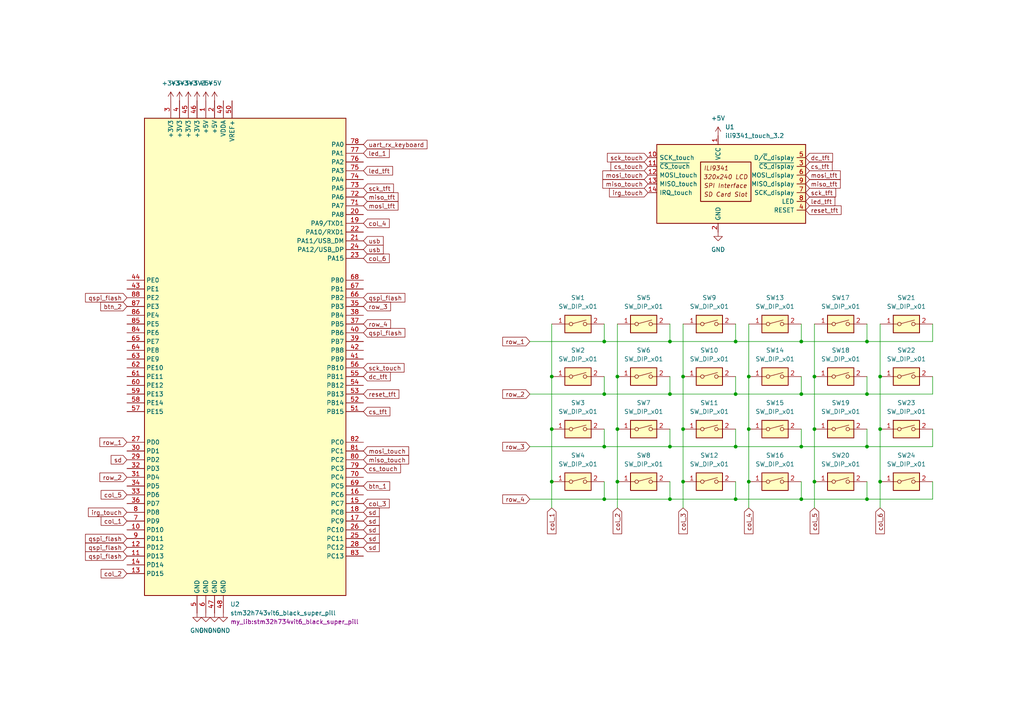
<source format=kicad_sch>
(kicad_sch (version 20211123) (generator eeschema)
  (paper "A4")
  (lib_symbols
    (symbol "Switch:SW_DIP_x01" (pin_names (offset 0) hide)
      (property "Reference" "SW" (at 0 3.81 0))
      (property "Value" "SW_DIP_x01" (at 0 -3.81 0))
      (symbol "SW_DIP_x01_0_0"
        (circle (center -2.032 0) (radius 0.508))
        (polyline (pts (xy -1.524 0.127) (xy 2.3622 1.1684)))
        (circle (center 2.032 0) (radius 0.508))
      )
      (symbol "SW_DIP_x01_0_1"
        (rectangle (start -3.81 2.54) (end 3.81 -2.54) (stroke (width 0.254)) (fill (type background)))
      )
      (symbol "SW_DIP_x01_1_1"
        (pin passive line (at -7.62 0 0) (length 5.08) (name "~") (number "1"))
        (pin passive line (at 7.62 0 180) (length 5.08) (name "~") (number "2"))
      )
    )
    (symbol "my_lib:ili9341_touch_3.2" (pin_names (offset 0.762))
      (property "Reference" "U" (at -17.526 13.97 0))
      (property "Value" "ili9341_touch_3.2" (at 3.81 16.51 0))
      (symbol "ili9341_touch_3.2_0_0"
        (text "320x240 LCD" (at 2.159 4.572 0) (effects (font (size 1.27 1.27) italic)))
        (text "ILI9341" (at -4.191 7.112 0) (effects (font (size 1.27 1.27) italic) (justify left)))
        (text "SD Card Slot" (at -4.191 -0.508 0) (effects (font (size 1.27 1.27) italic) (justify left)))
        (text "SPI Interface" (at -4.191 2.032 0) (effects (font (size 1.27 1.27) italic) (justify left)))
      )
      (symbol "ili9341_touch_3.2_0_1"
        (rectangle (start -17.78 13.97) (end 25.4 -8.89) (stroke (width 0.254)) (fill (type background)))
        (rectangle (start -5.08 8.89) (end 9.525 -2.54) (stroke (width 0.254)))
      )
      (symbol "ili9341_touch_3.2_1_1"
        (pin power_in line (at 0 16.51 270) (length 2.54) (name "VCC") (number "1"))
        (pin input line (at -20.32 10.16 0) (length 2.54) (name "SCK_touch") (number "10"))
        (pin input line (at -20.32 7.62 0) (length 2.54) (name "~{CS_touch}") (number "11"))
        (pin output line (at -20.32 5.08 0) (length 2.54) (name "MOSI_touch") (number "12"))
        (pin input line (at -20.32 2.54 0) (length 2.54) (name "MISO_touch") (number "13"))
        (pin input line (at -20.32 0 0) (length 2.54) (name "IRQ_touch") (number "14"))
        (pin power_in line (at 0 -11.43 90) (length 2.54) (name "GND") (number "2"))
        (pin input line (at 25.4 7.62 180) (length 2.54) (name "~{CS_display}") (number "3"))
        (pin input line (at 25.4 -5.08 180) (length 2.54) (name "RESET") (number "4"))
        (pin input line (at 25.4 10.16 180) (length 2.54) (name "D/~{C}_display") (number "5"))
        (pin input line (at 25.4 5.08 180) (length 2.54) (name "MOSI_display") (number "6"))
        (pin input line (at 25.4 0 180) (length 2.54) (name "SCK_display") (number "7"))
        (pin input line (at 25.4 -2.54 180) (length 2.54) (name "LED") (number "8"))
        (pin output line (at 25.4 2.54 180) (length 2.54) (name "MISO_display") (number "9"))
      )
    )
    (symbol "my_lib:stm32h743vit6_black_super_pill"
      (property "Reference" "U" (at -2.54 12.7 90))
      (property "Value" "stm32h743vit6_black_super_pill" (at -2.54 8.89 90))
      (property "Footprint" "my_lib:stm32h734vit6_black_super_pill" (at 3.81 -49.53 0))
      (symbol "stm32h743vit6_black_super_pill_0_1"
        (rectangle (start -27.94 91.44) (end 30.48 -46.99) (stroke (width 0.254)) (fill (type background)))
      )
      (symbol "stm32h743vit6_black_super_pill_1_1"
        (pin power_in line (at -10.16 96.52 270) (length 5.08) (name "+5V") (number "1"))
        (pin bidirectional line (at -33.02 -27.94 0) (length 5.08) (name "PD10") (number "10"))
        (pin bidirectional line (at -33.02 -35.56 0) (length 5.08) (name "PD13") (number "11"))
        (pin bidirectional line (at -33.02 -33.02 0) (length 5.08) (name "PD12") (number "12"))
        (pin bidirectional line (at -33.02 -40.64 0) (length 5.08) (name "PD15") (number "13"))
        (pin bidirectional line (at -33.02 -38.1 0) (length 5.08) (name "PD14") (number "14"))
        (pin bidirectional line (at 35.56 -20.32 180) (length 5.08) (name "PC7") (number "15"))
        (pin bidirectional line (at 35.56 -17.78 180) (length 5.08) (name "PC6") (number "16"))
        (pin bidirectional line (at 35.56 -25.4 180) (length 5.08) (name "PC9") (number "17"))
        (pin bidirectional line (at 35.56 -22.86 180) (length 5.08) (name "PC8") (number "18"))
        (pin bidirectional line (at 35.56 60.96 180) (length 5.08) (name "PA9/TXD1") (number "19"))
        (pin power_in line (at -7.62 96.52 270) (length 5.08) (name "+5V") (number "2"))
        (pin bidirectional line (at 35.56 63.5 180) (length 5.08) (name "PA8") (number "20"))
        (pin bidirectional line (at 35.56 55.88 180) (length 5.08) (name "PA11/USB_DM") (number "21"))
        (pin bidirectional line (at 35.56 58.42 180) (length 5.08) (name "PA10/RXD1") (number "22"))
        (pin bidirectional line (at 35.56 50.8 180) (length 5.08) (name "PA15") (number "23"))
        (pin bidirectional line (at 35.56 53.34 180) (length 5.08) (name "PA12/USB_DP") (number "24"))
        (pin bidirectional line (at 35.56 -30.48 180) (length 5.08) (name "PC11") (number "25"))
        (pin bidirectional line (at 35.56 -27.94 180) (length 5.08) (name "PC10") (number "26"))
        (pin bidirectional line (at -33.02 -2.54 0) (length 5.08) (name "PD0") (number "27"))
        (pin bidirectional line (at 35.56 -33.02 180) (length 5.08) (name "PC12") (number "28"))
        (pin bidirectional line (at -33.02 -7.62 0) (length 5.08) (name "PD2") (number "29"))
        (pin power_in line (at -20.32 96.52 270) (length 5.08) (name "+3V3") (number "3"))
        (pin bidirectional line (at -33.02 -5.08 0) (length 5.08) (name "PD1") (number "30"))
        (pin bidirectional line (at -33.02 -12.7 0) (length 5.08) (name "PD4") (number "31"))
        (pin bidirectional line (at -33.02 -10.16 0) (length 5.08) (name "PD3") (number "32"))
        (pin bidirectional line (at -33.02 -17.78 0) (length 5.08) (name "PD6") (number "33"))
        (pin bidirectional line (at -33.02 -15.24 0) (length 5.08) (name "PD5") (number "34"))
        (pin bidirectional line (at 35.56 36.83 180) (length 5.08) (name "PB3") (number "35"))
        (pin bidirectional line (at -33.02 -20.32 0) (length 5.08) (name "PD7") (number "36"))
        (pin bidirectional line (at 35.56 31.75 180) (length 5.08) (name "PB5") (number "37"))
        (pin bidirectional line (at 35.56 34.29 180) (length 5.08) (name "PB4") (number "38"))
        (pin bidirectional line (at 35.56 26.67 180) (length 5.08) (name "PB7") (number "39"))
        (pin power_in line (at -17.78 96.52 270) (length 5.08) (name "+3V3") (number "4"))
        (pin bidirectional line (at 35.56 29.21 180) (length 5.08) (name "PB6") (number "40"))
        (pin bidirectional line (at 35.56 21.59 180) (length 5.08) (name "PB9") (number "41"))
        (pin bidirectional line (at 35.56 24.13 180) (length 5.08) (name "PB8") (number "42"))
        (pin bidirectional line (at -33.02 41.91 0) (length 5.08) (name "PE1") (number "43"))
        (pin bidirectional line (at -33.02 44.45 0) (length 5.08) (name "PE0") (number "44"))
        (pin power_in line (at -15.24 96.52 270) (length 5.08) (name "+3V3") (number "45"))
        (pin power_in line (at -12.7 96.52 270) (length 5.08) (name "+3V3") (number "46"))
        (pin power_in line (at -7.62 -52.07 90) (length 5.08) (name "GND") (number "47"))
        (pin power_in line (at -5.08 -52.07 90) (length 5.08) (name "GND") (number "48"))
        (pin power_in line (at -5.08 96.52 270) (length 5.08) (name "VDDA") (number "49"))
        (pin power_in line (at -12.7 -52.07 90) (length 5.08) (name "GND") (number "5"))
        (pin power_in line (at -2.54 96.52 270) (length 5.08) (name "VREF+") (number "50"))
        (pin bidirectional line (at 35.56 6.35 180) (length 5.08) (name "PB15") (number "51"))
        (pin bidirectional line (at 35.56 8.89 180) (length 5.08) (name "PB14") (number "52"))
        (pin bidirectional line (at 35.56 11.43 180) (length 5.08) (name "PB13") (number "53"))
        (pin bidirectional line (at 35.56 13.97 180) (length 5.08) (name "PB12") (number "54"))
        (pin bidirectional line (at 35.56 16.51 180) (length 5.08) (name "PB11") (number "55"))
        (pin bidirectional line (at 35.56 19.05 180) (length 5.08) (name "PB10") (number "56"))
        (pin bidirectional line (at -33.02 6.35 0) (length 5.08) (name "PE15") (number "57"))
        (pin bidirectional line (at -33.02 8.89 0) (length 5.08) (name "PE14") (number "58"))
        (pin bidirectional line (at -33.02 11.43 0) (length 5.08) (name "PE13") (number "59"))
        (pin power_in line (at -10.16 -52.07 90) (length 5.08) (name "GND") (number "6"))
        (pin bidirectional line (at -33.02 13.97 0) (length 5.08) (name "PE12") (number "60"))
        (pin bidirectional line (at -33.02 16.51 0) (length 5.08) (name "PE11") (number "61"))
        (pin bidirectional line (at -33.02 19.05 0) (length 5.08) (name "PE10") (number "62"))
        (pin bidirectional line (at -33.02 21.59 0) (length 5.08) (name "PE9") (number "63"))
        (pin bidirectional line (at -33.02 24.13 0) (length 5.08) (name "PE8") (number "64"))
        (pin bidirectional line (at -33.02 26.67 0) (length 5.08) (name "PE7") (number "65"))
        (pin bidirectional line (at 35.56 39.37 180) (length 5.08) (name "PB2") (number "66"))
        (pin bidirectional line (at 35.56 41.91 180) (length 5.08) (name "PB1") (number "67"))
        (pin bidirectional line (at 35.56 44.45 180) (length 5.08) (name "PB0") (number "68"))
        (pin bidirectional line (at 35.56 -15.24 180) (length 5.08) (name "PC5") (number "69"))
        (pin bidirectional line (at -33.02 -25.4 0) (length 5.08) (name "PD9") (number "7"))
        (pin bidirectional line (at 35.56 -12.7 180) (length 5.08) (name "PC4") (number "70"))
        (pin bidirectional line (at 35.56 66.04 180) (length 5.08) (name "PA7") (number "71"))
        (pin bidirectional line (at 35.56 68.58 180) (length 5.08) (name "PA6") (number "72"))
        (pin bidirectional line (at 35.56 71.12 180) (length 5.08) (name "PA5") (number "73"))
        (pin bidirectional line (at 35.56 73.66 180) (length 5.08) (name "PA4") (number "74"))
        (pin bidirectional line (at 35.56 76.2 180) (length 5.08) (name "PA3") (number "75"))
        (pin bidirectional line (at 35.56 78.74 180) (length 5.08) (name "PA2") (number "76"))
        (pin bidirectional line (at 35.56 81.28 180) (length 5.08) (name "PA1") (number "77"))
        (pin bidirectional line (at 35.56 83.82 180) (length 5.08) (name "PA0") (number "78"))
        (pin bidirectional line (at 35.56 -10.16 180) (length 5.08) (name "PC3") (number "79"))
        (pin bidirectional line (at -33.02 -22.86 0) (length 5.08) (name "PD8") (number "8"))
        (pin bidirectional line (at 35.56 -7.62 180) (length 5.08) (name "PC2") (number "80"))
        (pin bidirectional line (at 35.56 -5.08 180) (length 5.08) (name "PC1") (number "81"))
        (pin bidirectional line (at 35.56 -2.54 180) (length 5.08) (name "PC0") (number "82"))
        (pin bidirectional line (at 35.56 -35.56 180) (length 5.08) (name "PC13") (number "83"))
        (pin bidirectional line (at -33.02 29.21 0) (length 5.08) (name "PE6") (number "84"))
        (pin bidirectional line (at -33.02 31.75 0) (length 5.08) (name "PE5") (number "85"))
        (pin bidirectional line (at -33.02 34.29 0) (length 5.08) (name "PE4") (number "86"))
        (pin bidirectional line (at -33.02 36.83 0) (length 5.08) (name "PE3") (number "87"))
        (pin bidirectional line (at -33.02 39.37 0) (length 5.08) (name "PE2") (number "88"))
        (pin bidirectional line (at -33.02 -30.48 0) (length 5.08) (name "PD11") (number "9"))
      )
    )
    (symbol "power:+3V3" (power) (pin_names (offset 0))
      (property "Value" "+3V3" (at 0 3.556 0))
      (symbol "+3V3_0_1"
        (polyline (pts (xy -0.762 1.27) (xy 0 2.54)))
        (polyline (pts (xy 0 0) (xy 0 2.54)))
        (polyline (pts (xy 0 2.54) (xy 0.762 1.27)))
      )
      (symbol "+3V3_1_1"
        (pin power_in line (at 0 0 90) (length 0) hide (name "+3V3") (number "1"))
      )
    )
    (symbol "power:+5V" (power) (pin_names (offset 0))
      (property "Value" "+5V" (at 0 3.556 0))
      (symbol "+5V_0_1"
        (polyline (pts (xy -0.762 1.27) (xy 0 2.54)))
        (polyline (pts (xy 0 0) (xy 0 2.54)))
        (polyline (pts (xy 0 2.54) (xy 0.762 1.27)))
      )
      (symbol "+5V_1_1"
        (pin power_in line (at 0 0 90) (length 0) hide (name "+5V") (number "1"))
      )
    )
    (symbol "power:GND" (power) (pin_names (offset 0))
      (property "Value" "GND" (at 0 -3.81 0))
      (symbol "GND_0_1"
        (polyline (pts (xy 0 0) (xy 0 -1.27) (xy 1.27 -1.27) (xy 0 -2.54) (xy -1.27 -1.27) (xy 0 -1.27)))
      )
      (symbol "GND_1_1"
        (pin power_in line (at 0 0 270) (length 0) hide (name "GND") (number "1"))
      )
    )
  )
  (junction (at 213.36 99.06))
  (junction (at 236.22 139.7))
  (junction (at 160.02 109.22))
  (junction (at 251.46 144.78))
  (junction (at 194.31 114.3))
  (junction (at 175.26 99.06))
  (junction (at 232.41 144.78))
  (junction (at 160.02 139.7))
  (junction (at 251.46 114.3))
  (junction (at 179.07 109.22))
  (junction (at 213.36 144.78))
  (junction (at 255.27 139.7))
  (junction (at 198.12 124.46))
  (junction (at 175.26 114.3))
  (junction (at 213.36 129.54))
  (junction (at 236.22 124.46))
  (junction (at 232.41 99.06))
  (junction (at 198.12 109.22))
  (junction (at 175.26 129.54))
  (junction (at 160.02 124.46))
  (junction (at 251.46 99.06))
  (junction (at 236.22 109.22))
  (junction (at 255.27 124.46))
  (junction (at 198.12 139.7))
  (junction (at 255.27 109.22))
  (junction (at 194.31 144.78))
  (junction (at 175.26 144.78))
  (junction (at 179.07 124.46))
  (junction (at 217.17 109.22))
  (junction (at 232.41 129.54))
  (junction (at 213.36 114.3))
  (junction (at 251.46 129.54))
  (junction (at 217.17 124.46))
  (junction (at 232.41 114.3))
  (junction (at 194.31 129.54))
  (junction (at 179.07 139.7))
  (junction (at 194.31 99.06))
  (junction (at 217.17 139.7))
  (wire (pts (xy 175.26 144.78) (xy 194.31 144.78)))
  (wire (pts (xy 213.36 144.78) (xy 232.41 144.78)))
  (wire (pts (xy 179.07 124.46) (xy 179.07 139.7)))
  (wire (pts (xy 232.41 144.78) (xy 251.46 144.78)))
  (wire (pts (xy 194.31 109.22) (xy 194.31 114.3)))
  (wire (pts (xy 251.46 93.98) (xy 251.46 99.06)))
  (wire (pts (xy 270.51 93.98) (xy 270.51 99.06)))
  (wire (pts (xy 236.22 109.22) (xy 236.22 124.46)))
  (wire (pts (xy 232.41 114.3) (xy 251.46 114.3)))
  (wire (pts (xy 232.41 93.98) (xy 232.41 99.06)))
  (wire (pts (xy 153.67 144.78) (xy 175.26 144.78)))
  (wire (pts (xy 270.51 144.78) (xy 270.51 139.7)))
  (wire (pts (xy 232.41 109.22) (xy 232.41 114.3)))
  (wire (pts (xy 198.12 124.46) (xy 198.12 139.7)))
  (wire (pts (xy 251.46 114.3) (xy 270.51 114.3)))
  (wire (pts (xy 217.17 139.7) (xy 217.17 147.32)))
  (wire (pts (xy 194.31 124.46) (xy 194.31 129.54)))
  (wire (pts (xy 194.31 114.3) (xy 213.36 114.3)))
  (wire (pts (xy 213.36 99.06) (xy 232.41 99.06)))
  (wire (pts (xy 255.27 124.46) (xy 255.27 139.7)))
  (wire (pts (xy 232.41 139.7) (xy 232.41 144.78)))
  (wire (pts (xy 179.07 93.98) (xy 179.07 109.22)))
  (wire (pts (xy 255.27 139.7) (xy 255.27 147.32)))
  (wire (pts (xy 198.12 139.7) (xy 198.12 147.32)))
  (wire (pts (xy 251.46 144.78) (xy 270.51 144.78)))
  (wire (pts (xy 213.36 114.3) (xy 232.41 114.3)))
  (wire (pts (xy 194.31 129.54) (xy 213.36 129.54)))
  (wire (pts (xy 270.51 129.54) (xy 270.51 124.46)))
  (wire (pts (xy 255.27 93.98) (xy 255.27 109.22)))
  (wire (pts (xy 194.31 93.98) (xy 194.31 99.06)))
  (wire (pts (xy 194.31 144.78) (xy 213.36 144.78)))
  (wire (pts (xy 213.36 139.7) (xy 213.36 144.78)))
  (wire (pts (xy 232.41 99.06) (xy 251.46 99.06)))
  (wire (pts (xy 213.36 124.46) (xy 213.36 129.54)))
  (wire (pts (xy 175.26 109.22) (xy 175.26 114.3)))
  (wire (pts (xy 194.31 139.7) (xy 194.31 144.78)))
  (wire (pts (xy 251.46 139.7) (xy 251.46 144.78)))
  (wire (pts (xy 270.51 114.3) (xy 270.51 109.22)))
  (wire (pts (xy 251.46 129.54) (xy 270.51 129.54)))
  (wire (pts (xy 236.22 93.98) (xy 236.22 109.22)))
  (wire (pts (xy 236.22 139.7) (xy 236.22 147.32)))
  (wire (pts (xy 217.17 93.98) (xy 217.17 109.22)))
  (wire (pts (xy 251.46 124.46) (xy 251.46 129.54)))
  (wire (pts (xy 153.67 129.54) (xy 175.26 129.54)))
  (wire (pts (xy 255.27 109.22) (xy 255.27 124.46)))
  (wire (pts (xy 175.26 129.54) (xy 194.31 129.54)))
  (wire (pts (xy 232.41 124.46) (xy 232.41 129.54)))
  (wire (pts (xy 213.36 109.22) (xy 213.36 114.3)))
  (wire (pts (xy 175.26 93.98) (xy 175.26 99.06)))
  (wire (pts (xy 213.36 129.54) (xy 232.41 129.54)))
  (wire (pts (xy 153.67 99.06) (xy 175.26 99.06)))
  (wire (pts (xy 175.26 114.3) (xy 194.31 114.3)))
  (wire (pts (xy 251.46 109.22) (xy 251.46 114.3)))
  (wire (pts (xy 198.12 109.22) (xy 198.12 124.46)))
  (wire (pts (xy 175.26 99.06) (xy 194.31 99.06)))
  (wire (pts (xy 160.02 139.7) (xy 160.02 147.32)))
  (wire (pts (xy 175.26 124.46) (xy 175.26 129.54)))
  (wire (pts (xy 160.02 124.46) (xy 160.02 139.7)))
  (wire (pts (xy 217.17 109.22) (xy 217.17 124.46)))
  (wire (pts (xy 232.41 129.54) (xy 251.46 129.54)))
  (wire (pts (xy 175.26 139.7) (xy 175.26 144.78)))
  (wire (pts (xy 213.36 93.98) (xy 213.36 99.06)))
  (wire (pts (xy 194.31 99.06) (xy 213.36 99.06)))
  (wire (pts (xy 236.22 124.46) (xy 236.22 139.7)))
  (wire (pts (xy 198.12 93.98) (xy 198.12 109.22)))
  (wire (pts (xy 160.02 93.98) (xy 160.02 109.22)))
  (wire (pts (xy 179.07 139.7) (xy 179.07 147.32)))
  (wire (pts (xy 160.02 109.22) (xy 160.02 124.46)))
  (wire (pts (xy 217.17 124.46) (xy 217.17 139.7)))
  (wire (pts (xy 270.51 99.06) (xy 251.46 99.06)))
  (wire (pts (xy 153.67 114.3) (xy 175.26 114.3)))
  (wire (pts (xy 179.07 109.22) (xy 179.07 124.46)))
  (global_label "row_3" (shape input) (at 105.41 88.9 0) (property "Обозначения листов" "${INTERSHEET_REFS}" (effects hide)))
  (global_label "sck_touch" (shape input) (at 187.96 45.72 180) (property "Обозначения листов" "${INTERSHEET_REFS}" (effects hide)))
  (global_label "col_5" (shape input) (at 236.22 147.32 270) (property "Обозначения листов" "${INTERSHEET_REFS}" (effects hide)))
  (global_label "miso_tft" (shape input) (at 105.41 57.15 0) (property "Обозначения листов" "${INTERSHEET_REFS}" (effects hide)))
  (global_label "reset_tft" (shape input) (at 233.68 60.96 0) (property "Обозначения листов" "${INTERSHEET_REFS}" (effects hide)))
  (global_label "sd" (shape input) (at 105.41 148.59 0) (property "Обозначения листов" "${INTERSHEET_REFS}" (effects hide)))
  (global_label "miso_touch" (shape input) (at 187.96 53.34 180) (property "Обозначения листов" "${INTERSHEET_REFS}" (effects hide)))
  (global_label "col_3" (shape input) (at 105.41 146.05 0) (property "Обозначения листов" "${INTERSHEET_REFS}" (effects hide)))
  (global_label "mosi_touch" (shape input) (at 105.41 130.81 0) (property "Обозначения листов" "${INTERSHEET_REFS}" (effects hide)))
  (global_label "irg_touch" (shape input) (at 36.83 148.59 180) (property "Обозначения листов" "${INTERSHEET_REFS}" (effects hide)))
  (global_label "row_1" (shape input) (at 36.83 128.27 180) (property "Обозначения листов" "${INTERSHEET_REFS}" (effects hide)))
  (global_label "mosi_tft" (shape input) (at 105.41 59.69 0) (property "Обозначения листов" "${INTERSHEET_REFS}" (effects hide)))
  (global_label "qspi_flash" (shape input) (at 36.83 161.29 180) (property "Обозначения листов" "${INTERSHEET_REFS}" (effects hide)))
  (global_label "row_3" (shape input) (at 153.67 129.54 180) (property "Обозначения листов" "${INTERSHEET_REFS}" (effects hide)))
  (global_label "dc_tft" (shape input) (at 233.68 45.72 0) (property "Обозначения листов" "${INTERSHEET_REFS}" (effects hide)))
  (global_label "sck_tft" (shape input) (at 233.68 55.88 0) (property "Обозначения листов" "${INTERSHEET_REFS}" (effects hide)))
  (global_label "col_2" (shape input) (at 179.07 147.32 270) (property "Обозначения листов" "${INTERSHEET_REFS}" (effects hide)))
  (global_label "row_4" (shape input) (at 105.41 93.98 0) (property "Обозначения листов" "${INTERSHEET_REFS}" (effects hide)))
  (global_label "mosi_tft" (shape input) (at 233.68 50.8 0) (property "Обозначения листов" "${INTERSHEET_REFS}" (effects hide)))
  (global_label "led_1" (shape input) (at 105.41 44.45 0) (property "Обозначения листов" "${INTERSHEET_REFS}" (effects hide)))
  (global_label "qspi_flash" (shape input) (at 105.41 96.52 0) (property "Обозначения листов" "${INTERSHEET_REFS}" (effects hide)))
  (global_label "sd" (shape input) (at 105.41 156.21 0) (property "Обозначения листов" "${INTERSHEET_REFS}" (effects hide)))
  (global_label "sd" (shape input) (at 36.83 133.35 180) (property "Обозначения листов" "${INTERSHEET_REFS}" (effects hide)))
  (global_label "col_3" (shape input) (at 198.12 147.32 270) (property "Обозначения листов" "${INTERSHEET_REFS}" (effects hide)))
  (global_label "row_4" (shape input) (at 153.67 144.78 180) (property "Обозначения листов" "${INTERSHEET_REFS}" (effects hide)))
  (global_label "sd" (shape input) (at 105.41 151.13 0) (property "Обозначения листов" "${INTERSHEET_REFS}" (effects hide)))
  (global_label "col_6" (shape input) (at 105.41 74.93 0) (property "Обозначения листов" "${INTERSHEET_REFS}" (effects hide)))
  (global_label "sck_tft" (shape input) (at 105.41 54.61 0) (property "Обозначения листов" "${INTERSHEET_REFS}" (effects hide)))
  (global_label "col_6" (shape input) (at 255.27 147.32 270) (property "Обозначения листов" "${INTERSHEET_REFS}" (effects hide)))
  (global_label "row_1" (shape input) (at 153.67 99.06 180) (property "Обозначения листов" "${INTERSHEET_REFS}" (effects hide)))
  (global_label "usb" (shape input) (at 105.41 69.85 0) (property "Обозначения листов" "${INTERSHEET_REFS}" (effects hide)))
  (global_label "col_5" (shape input) (at 36.83 143.51 180) (property "Обозначения листов" "${INTERSHEET_REFS}" (effects hide)))
  (global_label "miso_tft" (shape input) (at 233.68 53.34 0) (property "Обозначения листов" "${INTERSHEET_REFS}" (effects hide)))
  (global_label "uart_rx_keyboard" (shape input) (at 105.41 41.91 0) (property "Обозначения листов" "${INTERSHEET_REFS}" (effects hide)))
  (global_label "btn_2" (shape input) (at 36.83 88.9 180) (property "Обозначения листов" "${INTERSHEET_REFS}" (effects hide)))
  (global_label "sd" (shape input) (at 105.41 153.67 0) (property "Обозначения листов" "${INTERSHEET_REFS}" (effects hide)))
  (global_label "qspi_flash" (shape input) (at 36.83 158.75 180) (property "Обозначения листов" "${INTERSHEET_REFS}" (effects hide)))
  (global_label "sd" (shape input) (at 105.41 158.75 0) (property "Обозначения листов" "${INTERSHEET_REFS}" (effects hide)))
  (global_label "miso_touch" (shape input) (at 105.41 133.35 0) (property "Обозначения листов" "${INTERSHEET_REFS}" (effects hide)))
  (global_label "qspi_flash" (shape input) (at 105.41 86.36 0) (property "Обозначения листов" "${INTERSHEET_REFS}" (effects hide)))
  (global_label "usb" (shape input) (at 105.41 72.39 0) (property "Обозначения листов" "${INTERSHEET_REFS}" (effects hide)))
  (global_label "cs_touch" (shape input) (at 105.41 135.89 0) (property "Обозначения листов" "${INTERSHEET_REFS}" (effects hide)))
  (global_label "col_1" (shape input) (at 36.83 151.13 180) (property "Обозначения листов" "${INTERSHEET_REFS}" (effects hide)))
  (global_label "irg_touch" (shape input) (at 187.96 55.88 180) (property "Обозначения листов" "${INTERSHEET_REFS}" (effects hide)))
  (global_label "row_2" (shape input) (at 36.83 138.43 180) (property "Обозначения листов" "${INTERSHEET_REFS}" (effects hide)))
  (global_label "cs_tft" (shape input) (at 233.68 48.26 0) (property "Обозначения листов" "${INTERSHEET_REFS}" (effects hide)))
  (global_label "col_1" (shape input) (at 160.02 147.32 270) (property "Обозначения листов" "${INTERSHEET_REFS}" (effects hide)))
  (global_label "qspi_flash" (shape input) (at 36.83 86.36 180) (property "Обозначения листов" "${INTERSHEET_REFS}" (effects hide)))
  (global_label "led_tft" (shape input) (at 105.41 49.53 0) (property "Обозначения листов" "${INTERSHEET_REFS}" (effects hide)))
  (global_label "mosi_touch" (shape input) (at 187.96 50.8 180) (property "Обозначения листов" "${INTERSHEET_REFS}" (effects hide)))
  (global_label "btn_1" (shape input) (at 105.41 140.97 0) (property "Обозначения листов" "${INTERSHEET_REFS}" (effects hide)))
  (global_label "sck_touch" (shape input) (at 105.41 106.68 0) (property "Обозначения листов" "${INTERSHEET_REFS}" (effects hide)))
  (global_label "row_2" (shape input) (at 153.67 114.3 180) (property "Обозначения листов" "${INTERSHEET_REFS}" (effects hide)))
  (global_label "qspi_flash" (shape input) (at 36.83 156.21 180) (property "Обозначения листов" "${INTERSHEET_REFS}" (effects hide)))
  (global_label "col_2" (shape input) (at 36.83 166.37 180) (property "Обозначения листов" "${INTERSHEET_REFS}" (effects hide)))
  (global_label "led_tft" (shape input) (at 233.68 58.42 0) (property "Обозначения листов" "${INTERSHEET_REFS}" (effects hide)))
  (global_label "cs_tft" (shape input) (at 105.41 119.38 0) (property "Обозначения листов" "${INTERSHEET_REFS}" (effects hide)))
  (global_label "col_4" (shape input) (at 105.41 64.77 0) (property "Обозначения листов" "${INTERSHEET_REFS}" (effects hide)))
  (global_label "cs_touch" (shape input) (at 187.96 48.26 180) (property "Обозначения листов" "${INTERSHEET_REFS}" (effects hide)))
  (global_label "dc_tft" (shape input) (at 105.41 109.22 0) (property "Обозначения листов" "${INTERSHEET_REFS}" (effects hide)))
  (global_label "col_4" (shape input) (at 217.17 147.32 270) (property "Обозначения листов" "${INTERSHEET_REFS}" (effects hide)))
  (global_label "reset_tft" (shape input) (at 105.41 114.3 0) (property "Обозначения листов" "${INTERSHEET_REFS}" (effects hide)))
  (symbol (lib_id "my_lib:ili9341_touch_3.2") (at 208.28 55.88 0) (unit 1)
    (property "Reference" "U1" (at 210.2994 36.83 0) (effects (justify left)))
    (property "Value" "ili9341_touch_3.2" (at 210.2994 39.37 0) (effects (justify left)))
    (property "Footprint" "my_lib:ili9341_3.2" (effects hide))
  )
  (symbol (lib_id "Switch:SW_DIP_x01") (at 186.69 93.98 0) (unit 1)
    (property "Reference" "SW5" (at 186.69 86.36 0))
    (property "Value" "SW_DIP_x01" (at 186.69 88.9 0))
    (property "Footprint" "my_lib:btn_8x8" (effects hide))
  )
  (symbol (lib_id "Switch:SW_DIP_x01") (at 262.89 93.98 0) (unit 1)
    (property "Reference" "SW21" (at 262.89 86.36 0))
    (property "Value" "SW_DIP_x01" (at 262.89 88.9 0))
    (property "Footprint" "my_lib:btn_8x8" (effects hide))
  )
  (symbol (lib_id "Switch:SW_DIP_x01") (at 224.79 93.98 0) (unit 1)
    (property "Reference" "SW13" (at 224.79 86.36 0))
    (property "Value" "SW_DIP_x01" (at 224.79 88.9 0))
    (property "Footprint" "my_lib:btn_8x8" (effects hide))
  )
  (symbol (lib_id "power:+3V3") (at 54.61 29.21 0) (unit 1)
    (property "Reference" "#PWR0101" (effects hide))
    (property "Value" "+3V3" (at 54.61 24.13 0))
  )
  (symbol (lib_id "Switch:SW_DIP_x01") (at 243.84 124.46 0) (unit 1)
    (property "Reference" "SW19" (at 243.84 116.84 0))
    (property "Value" "SW_DIP_x01" (at 243.84 119.38 0))
    (property "Footprint" "my_lib:btn_8x8" (effects hide))
  )
  (symbol (lib_id "Switch:SW_DIP_x01") (at 243.84 109.22 0) (unit 1)
    (property "Reference" "SW18" (at 243.84 101.6 0))
    (property "Value" "SW_DIP_x01" (at 243.84 104.14 0))
    (property "Footprint" "my_lib:btn_8x8" (effects hide))
  )
  (symbol (lib_id "Switch:SW_DIP_x01") (at 167.64 93.98 0) (unit 1)
    (property "Reference" "SW1" (at 167.64 86.36 0))
    (property "Value" "SW_DIP_x01" (at 167.64 88.9 0))
    (property "Footprint" "my_lib:btn_8x8" (effects hide))
  )
  (symbol (lib_id "power:+3V3") (at 57.15 29.21 0) (unit 1)
    (property "Reference" "#PWR0103" (effects hide))
    (property "Value" "+3V3" (at 57.15 24.13 0))
  )
  (symbol (lib_id "power:GND") (at 208.28 67.31 0) (unit 1)
    (property "Reference" "#PWR0110" (effects hide))
    (property "Value" "GND" (at 208.28 72.39 0))
  )
  (symbol (lib_id "Switch:SW_DIP_x01") (at 262.89 109.22 0) (unit 1)
    (property "Reference" "SW22" (at 262.89 101.6 0))
    (property "Value" "SW_DIP_x01" (at 262.89 104.14 0))
    (property "Footprint" "my_lib:btn_8x8" (effects hide))
  )
  (symbol (lib_id "power:+3V3") (at 52.07 29.21 0) (unit 1)
    (property "Reference" "#PWR0104" (effects hide))
    (property "Value" "+3V3" (at 52.07 24.13 0))
  )
  (symbol (lib_id "Switch:SW_DIP_x01") (at 243.84 139.7 0) (unit 1)
    (property "Reference" "SW20" (at 243.84 132.08 0))
    (property "Value" "SW_DIP_x01" (at 243.84 134.62 0))
    (property "Footprint" "my_lib:btn_8x8" (effects hide))
  )
  (symbol (lib_id "Switch:SW_DIP_x01") (at 167.64 139.7 0) (unit 1)
    (property "Reference" "SW4" (at 167.64 132.08 0))
    (property "Value" "SW_DIP_x01" (at 167.64 134.62 0))
    (property "Footprint" "my_lib:btn_8x8" (effects hide))
  )
  (symbol (lib_id "power:GND") (at 62.23 177.8 0) (unit 1)
    (property "Reference" "#PWR0108" (effects hide))
    (property "Value" "GND" (at 62.23 182.88 0))
  )
  (symbol (lib_id "Switch:SW_DIP_x01") (at 205.74 124.46 0) (unit 1)
    (property "Reference" "SW11" (at 205.74 116.84 0))
    (property "Value" "SW_DIP_x01" (at 205.74 119.38 0))
    (property "Footprint" "my_lib:btn_8x8" (effects hide))
  )
  (symbol (lib_id "power:+3V3") (at 49.53 29.21 0) (unit 1)
    (property "Reference" "#PWR0105" (effects hide))
    (property "Value" "+3V3" (at 49.53 24.13 0))
  )
  (symbol (lib_id "power:+5V") (at 59.69 29.21 0) (unit 1)
    (property "Reference" "#PWR0102" (effects hide))
    (property "Value" "+5V" (at 59.69 24.13 0))
  )
  (symbol (lib_id "Switch:SW_DIP_x01") (at 186.69 139.7 0) (unit 1)
    (property "Reference" "SW8" (at 186.69 132.08 0))
    (property "Value" "SW_DIP_x01" (at 186.69 134.62 0))
    (property "Footprint" "my_lib:btn_8x8" (effects hide))
  )
  (symbol (lib_id "Switch:SW_DIP_x01") (at 262.89 139.7 0) (unit 1)
    (property "Reference" "SW24" (at 262.89 132.08 0))
    (property "Value" "SW_DIP_x01" (at 262.89 134.62 0))
    (property "Footprint" "my_lib:btn_8x8" (effects hide))
  )
  (symbol (lib_id "Switch:SW_DIP_x01") (at 205.74 139.7 0) (unit 1)
    (property "Reference" "SW12" (at 205.74 132.08 0))
    (property "Value" "SW_DIP_x01" (at 205.74 134.62 0))
    (property "Footprint" "my_lib:btn_8x8" (effects hide))
  )
  (symbol (lib_id "power:GND") (at 57.15 177.8 0) (unit 1)
    (property "Reference" "#PWR0109" (effects hide))
    (property "Value" "GND" (at 57.15 182.88 0))
  )
  (symbol (lib_id "Switch:SW_DIP_x01") (at 243.84 93.98 0) (unit 1)
    (property "Reference" "SW17" (at 243.84 86.36 0))
    (property "Value" "SW_DIP_x01" (at 243.84 88.9 0))
    (property "Footprint" "my_lib:btn_8x8" (effects hide))
  )
  (symbol (lib_id "power:+5V") (at 208.28 39.37 0) (unit 1)
    (property "Reference" "#PWR0111" (effects hide))
    (property "Value" "+5V" (at 208.28 34.29 0))
  )
  (symbol (lib_id "Switch:SW_DIP_x01") (at 186.69 109.22 0) (unit 1)
    (property "Reference" "SW6" (at 186.69 101.6 0))
    (property "Value" "SW_DIP_x01" (at 186.69 104.14 0))
    (property "Footprint" "my_lib:btn_8x8" (effects hide))
  )
  (symbol (lib_id "power:GND") (at 59.69 177.8 0) (unit 1)
    (property "Reference" "#PWR0106" (effects hide))
    (property "Value" "GND" (at 59.69 182.88 0))
  )
  (symbol (lib_id "Switch:SW_DIP_x01") (at 205.74 109.22 0) (unit 1)
    (property "Reference" "SW10" (at 205.74 101.6 0))
    (property "Value" "SW_DIP_x01" (at 205.74 104.14 0))
    (property "Footprint" "my_lib:btn_8x8" (effects hide))
  )
  (symbol (lib_id "Switch:SW_DIP_x01") (at 224.79 109.22 0) (unit 1)
    (property "Reference" "SW14" (at 224.79 101.6 0))
    (property "Value" "SW_DIP_x01" (at 224.79 104.14 0))
    (property "Footprint" "my_lib:btn_8x8" (effects hide))
  )
  (symbol (lib_id "Switch:SW_DIP_x01") (at 262.89 124.46 0) (unit 1)
    (property "Reference" "SW23" (at 262.89 116.84 0))
    (property "Value" "SW_DIP_x01" (at 262.89 119.38 0))
    (property "Footprint" "my_lib:btn_8x8" (effects hide))
  )
  (symbol (lib_id "Switch:SW_DIP_x01") (at 167.64 109.22 0) (unit 1)
    (property "Reference" "SW2" (at 167.64 101.6 0))
    (property "Value" "SW_DIP_x01" (at 167.64 104.14 0))
    (property "Footprint" "my_lib:btn_8x8" (effects hide))
  )
  (symbol (lib_id "power:GND") (at 64.77 177.8 0) (unit 1)
    (property "Reference" "#PWR0107" (effects hide))
    (property "Value" "GND" (at 64.77 182.88 0))
  )
  (symbol (lib_id "Switch:SW_DIP_x01") (at 224.79 139.7 0) (unit 1)
    (property "Reference" "SW16" (at 224.79 132.08 0))
    (property "Value" "SW_DIP_x01" (at 224.79 134.62 0))
    (property "Footprint" "my_lib:btn_8x8" (effects hide))
  )
  (symbol (lib_id "power:+5V") (at 62.23 29.21 0) (unit 1)
    (property "Reference" "#PWR0112" (effects hide))
    (property "Value" "+5V" (at 62.23 24.13 0))
  )
  (symbol (lib_id "Switch:SW_DIP_x01") (at 224.79 124.46 0) (unit 1)
    (property "Reference" "SW15" (at 224.79 116.84 0))
    (property "Value" "SW_DIP_x01" (at 224.79 119.38 0))
    (property "Footprint" "my_lib:btn_8x8" (effects hide))
  )
  (symbol (lib_id "Switch:SW_DIP_x01") (at 167.64 124.46 0) (unit 1)
    (property "Reference" "SW3" (at 167.64 116.84 0))
    (property "Value" "SW_DIP_x01" (at 167.64 119.38 0))
    (property "Footprint" "my_lib:btn_8x8" (effects hide))
  )
  (symbol (lib_id "Switch:SW_DIP_x01") (at 205.74 93.98 0) (unit 1)
    (property "Reference" "SW9" (at 205.74 86.36 0))
    (property "Value" "SW_DIP_x01" (at 205.74 88.9 0))
    (property "Footprint" "my_lib:btn_8x8" (effects hide))
  )
  (symbol (lib_id "Switch:SW_DIP_x01") (at 186.69 124.46 0) (unit 1)
    (property "Reference" "SW7" (at 186.69 116.84 0))
    (property "Value" "SW_DIP_x01" (at 186.69 119.38 0))
    (property "Footprint" "my_lib:btn_8x8" (effects hide))
  )
  (symbol (lib_id "my_lib:stm32h743vit6_black_super_pill") (at 69.85 125.73 0) (unit 1)
    (property "Reference" "U2" (at 66.7894 175.26 0) (effects (justify left)))
    (property "Value" "stm32h743vit6_black_super_pill" (at 66.7894 177.8 0) (effects (justify left)))
    (property "Footprint" "my_lib:stm32h734vit6_black_super_pill" (at 66.7894 180.34 0) (effects (justify left)))
  )
)
</source>
